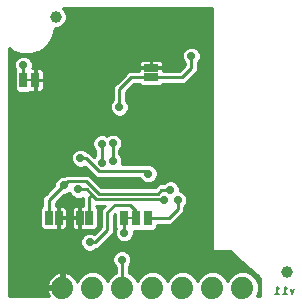
<source format=gbl>
G75*
%MOIN*%
%OFA0B0*%
%FSLAX25Y25*%
%IPPOS*%
%LPD*%
%AMOC8*
5,1,8,0,0,1.08239X$1,22.5*
%
%ADD10C,0.00500*%
%ADD11R,0.02500X0.05000*%
%ADD12R,0.05000X0.02500*%
%ADD13C,0.07400*%
%ADD14R,0.01600X0.01000*%
%ADD15C,0.03937*%
%ADD16C,0.01000*%
%ADD17C,0.02900*%
D10*
X0204203Y0082550D02*
X0205592Y0082550D01*
X0204898Y0082550D02*
X0204898Y0085050D01*
X0205592Y0084494D01*
X0207598Y0085050D02*
X0207598Y0082550D01*
X0208292Y0082550D02*
X0206903Y0082550D01*
X0208292Y0084494D02*
X0207598Y0085050D01*
X0209472Y0084217D02*
X0210028Y0082550D01*
X0210583Y0084217D01*
D11*
X0161833Y0108000D03*
X0157833Y0108000D03*
X0153833Y0108000D03*
X0142333Y0108100D03*
X0139133Y0108100D03*
X0132033Y0108100D03*
X0128833Y0108100D03*
X0124333Y0154000D03*
X0120333Y0154000D03*
D12*
X0162833Y0154900D03*
X0162833Y0158100D03*
D13*
X0163333Y0084840D03*
X0153333Y0084840D03*
X0143333Y0084840D03*
X0133333Y0084840D03*
X0173333Y0084840D03*
X0183333Y0084840D03*
X0193333Y0084840D03*
D14*
X0155833Y0108000D03*
X0122333Y0154000D03*
D15*
X0131223Y0175100D03*
X0208333Y0090000D03*
D16*
X0115433Y0082100D02*
X0115433Y0164680D01*
X0116561Y0163734D01*
X0119676Y0162600D01*
X0120463Y0162600D01*
X0122991Y0162600D01*
X0126106Y0163734D01*
X0128645Y0165865D01*
X0130303Y0168735D01*
X0130303Y0168735D01*
X0130778Y0171431D01*
X0131953Y0171431D01*
X0133301Y0171990D01*
X0134333Y0173022D01*
X0134892Y0174370D01*
X0134892Y0175830D01*
X0134333Y0177178D01*
X0133611Y0177900D01*
X0183333Y0177900D01*
X0183333Y0097000D01*
X0189333Y0097000D01*
X0190333Y0096000D01*
X0199333Y0088200D01*
X0199333Y0082100D01*
X0198043Y0082100D01*
X0198733Y0083766D01*
X0198733Y0085914D01*
X0197911Y0087899D01*
X0196392Y0089418D01*
X0194407Y0090240D01*
X0192259Y0090240D01*
X0190274Y0089418D01*
X0188755Y0087899D01*
X0188333Y0086880D01*
X0187911Y0087899D01*
X0186392Y0089418D01*
X0184407Y0090240D01*
X0182259Y0090240D01*
X0180274Y0089418D01*
X0178755Y0087899D01*
X0178333Y0086880D01*
X0177911Y0087899D01*
X0176392Y0089418D01*
X0174407Y0090240D01*
X0172259Y0090240D01*
X0170274Y0089418D01*
X0168755Y0087899D01*
X0168333Y0086880D01*
X0167911Y0087899D01*
X0166392Y0089418D01*
X0164407Y0090240D01*
X0162259Y0090240D01*
X0160274Y0089418D01*
X0158755Y0087899D01*
X0158333Y0086880D01*
X0157911Y0087899D01*
X0156392Y0089418D01*
X0155533Y0089774D01*
X0155533Y0092145D01*
X0155804Y0092416D01*
X0156283Y0093573D01*
X0156283Y0094827D01*
X0155804Y0095984D01*
X0154918Y0096870D01*
X0153760Y0097350D01*
X0152507Y0097350D01*
X0151349Y0096870D01*
X0150463Y0095984D01*
X0149983Y0094827D01*
X0149983Y0093573D01*
X0150463Y0092416D01*
X0151133Y0091745D01*
X0151133Y0089774D01*
X0150274Y0089418D01*
X0148755Y0087899D01*
X0148333Y0086880D01*
X0147911Y0087899D01*
X0146392Y0089418D01*
X0144407Y0090240D01*
X0142259Y0090240D01*
X0140274Y0089418D01*
X0138755Y0087899D01*
X0138224Y0086616D01*
X0138152Y0086836D01*
X0137781Y0087565D01*
X0137300Y0088228D01*
X0136721Y0088806D01*
X0136059Y0089287D01*
X0135329Y0089659D01*
X0134551Y0089912D01*
X0133833Y0090026D01*
X0133833Y0085340D01*
X0132833Y0085340D01*
X0132833Y0084340D01*
X0128148Y0084340D01*
X0128261Y0083622D01*
X0128514Y0082844D01*
X0128886Y0082115D01*
X0128897Y0082100D01*
X0115433Y0082100D01*
X0115433Y0082996D02*
X0128465Y0082996D01*
X0128202Y0083994D02*
X0115433Y0083994D01*
X0115433Y0084993D02*
X0132833Y0084993D01*
X0132833Y0085340D02*
X0128148Y0085340D01*
X0128261Y0086058D01*
X0128514Y0086836D01*
X0128886Y0087565D01*
X0129367Y0088228D01*
X0129946Y0088806D01*
X0130608Y0089287D01*
X0131337Y0089659D01*
X0132116Y0089912D01*
X0132833Y0090026D01*
X0132833Y0085340D01*
X0132833Y0085991D02*
X0133833Y0085991D01*
X0133833Y0086990D02*
X0132833Y0086990D01*
X0132833Y0087988D02*
X0133833Y0087988D01*
X0133833Y0088987D02*
X0132833Y0088987D01*
X0132833Y0089985D02*
X0133833Y0089985D01*
X0134089Y0089985D02*
X0141644Y0089985D01*
X0139843Y0088987D02*
X0136473Y0088987D01*
X0137474Y0087988D02*
X0138845Y0087988D01*
X0138379Y0086990D02*
X0138074Y0086990D01*
X0132578Y0089985D02*
X0115433Y0089985D01*
X0115433Y0088987D02*
X0130194Y0088987D01*
X0129193Y0087988D02*
X0115433Y0087988D01*
X0115433Y0086990D02*
X0128593Y0086990D01*
X0128251Y0085991D02*
X0115433Y0085991D01*
X0115433Y0090984D02*
X0151133Y0090984D01*
X0151133Y0089985D02*
X0145023Y0089985D01*
X0146823Y0088987D02*
X0149843Y0088987D01*
X0148845Y0087988D02*
X0147822Y0087988D01*
X0148288Y0086990D02*
X0148379Y0086990D01*
X0153333Y0084840D02*
X0153333Y0094200D01*
X0153133Y0094200D01*
X0150229Y0092981D02*
X0115433Y0092981D01*
X0115433Y0093979D02*
X0149983Y0093979D01*
X0150046Y0094978D02*
X0115433Y0094978D01*
X0115433Y0095976D02*
X0150460Y0095976D01*
X0151601Y0096975D02*
X0143361Y0096975D01*
X0143060Y0096850D02*
X0144218Y0097330D01*
X0144688Y0097800D01*
X0145245Y0097800D01*
X0149245Y0101800D01*
X0150533Y0103089D01*
X0150533Y0109089D01*
X0150883Y0109439D01*
X0150883Y0104796D01*
X0151097Y0104583D01*
X0150783Y0103827D01*
X0150783Y0102573D01*
X0151263Y0101416D01*
X0152149Y0100530D01*
X0153307Y0100050D01*
X0154560Y0100050D01*
X0155718Y0100530D01*
X0156604Y0101416D01*
X0157083Y0102573D01*
X0157083Y0103800D01*
X0159787Y0103800D01*
X0159833Y0103846D01*
X0159879Y0103800D01*
X0163787Y0103800D01*
X0164783Y0104796D01*
X0164783Y0105800D01*
X0169691Y0105800D01*
X0170980Y0107089D01*
X0173980Y0110089D01*
X0173980Y0111745D01*
X0174450Y0112216D01*
X0174930Y0113373D01*
X0174930Y0114627D01*
X0174450Y0115784D01*
X0173564Y0116670D01*
X0172483Y0117118D01*
X0172483Y0118027D01*
X0172004Y0119184D01*
X0171118Y0120070D01*
X0169960Y0120550D01*
X0168707Y0120550D01*
X0167549Y0120070D01*
X0167079Y0119600D01*
X0165422Y0119600D01*
X0164122Y0118300D01*
X0146295Y0118300D01*
X0142095Y0122500D01*
X0134222Y0122500D01*
X0133872Y0122150D01*
X0133207Y0122150D01*
X0132049Y0121670D01*
X0131163Y0120784D01*
X0130683Y0119627D01*
X0130683Y0118961D01*
X0127922Y0116200D01*
X0126633Y0114911D01*
X0126633Y0112054D01*
X0125883Y0111304D01*
X0125883Y0104896D01*
X0126879Y0103900D01*
X0130787Y0103900D01*
X0130987Y0104100D01*
X0131908Y0104100D01*
X0131908Y0107975D01*
X0132158Y0107975D01*
X0132158Y0104100D01*
X0133481Y0104100D01*
X0133862Y0104202D01*
X0134204Y0104400D01*
X0134484Y0104679D01*
X0134681Y0105021D01*
X0134783Y0105403D01*
X0134783Y0107975D01*
X0132158Y0107975D01*
X0132158Y0108225D01*
X0131908Y0108225D01*
X0131908Y0112100D01*
X0131033Y0112100D01*
X0131033Y0113089D01*
X0133795Y0115850D01*
X0134460Y0115850D01*
X0135618Y0116330D01*
X0135711Y0116423D01*
X0135963Y0115816D01*
X0136849Y0114930D01*
X0138007Y0114450D01*
X0139260Y0114450D01*
X0140133Y0114812D01*
X0140133Y0112100D01*
X0139258Y0112100D01*
X0139258Y0108225D01*
X0139008Y0108225D01*
X0139008Y0107975D01*
X0136383Y0107975D01*
X0136383Y0105403D01*
X0136486Y0105021D01*
X0136683Y0104679D01*
X0136962Y0104400D01*
X0137304Y0104202D01*
X0137686Y0104100D01*
X0139008Y0104100D01*
X0139008Y0107975D01*
X0139258Y0107975D01*
X0139258Y0104100D01*
X0140179Y0104100D01*
X0140379Y0103900D01*
X0144287Y0103900D01*
X0145283Y0104896D01*
X0145283Y0111304D01*
X0144533Y0112054D01*
X0144533Y0112200D01*
X0147422Y0112200D01*
X0146133Y0110911D01*
X0146133Y0104911D01*
X0143988Y0102766D01*
X0143060Y0103150D01*
X0141807Y0103150D01*
X0140649Y0102670D01*
X0139763Y0101784D01*
X0139283Y0100627D01*
X0139283Y0099373D01*
X0139763Y0098216D01*
X0140649Y0097330D01*
X0141807Y0096850D01*
X0143060Y0096850D01*
X0141506Y0096975D02*
X0115433Y0096975D01*
X0115433Y0097973D02*
X0140005Y0097973D01*
X0139450Y0098972D02*
X0115433Y0098972D01*
X0115433Y0099970D02*
X0139283Y0099970D01*
X0139425Y0100969D02*
X0115433Y0100969D01*
X0115433Y0101967D02*
X0139946Y0101967D01*
X0141362Y0102966D02*
X0115433Y0102966D01*
X0115433Y0103964D02*
X0126815Y0103964D01*
X0125883Y0104963D02*
X0115433Y0104963D01*
X0115433Y0105961D02*
X0125883Y0105961D01*
X0125883Y0106960D02*
X0115433Y0106960D01*
X0115433Y0107958D02*
X0125883Y0107958D01*
X0125883Y0108957D02*
X0115433Y0108957D01*
X0115433Y0109955D02*
X0125883Y0109955D01*
X0125883Y0110954D02*
X0115433Y0110954D01*
X0115433Y0111952D02*
X0126532Y0111952D01*
X0126633Y0112951D02*
X0115433Y0112951D01*
X0115433Y0113949D02*
X0126633Y0113949D01*
X0126670Y0114948D02*
X0115433Y0114948D01*
X0115433Y0115946D02*
X0127668Y0115946D01*
X0128667Y0116945D02*
X0115433Y0116945D01*
X0115433Y0117943D02*
X0129665Y0117943D01*
X0130664Y0118942D02*
X0115433Y0118942D01*
X0115433Y0119940D02*
X0130813Y0119940D01*
X0131318Y0120939D02*
X0115433Y0120939D01*
X0115433Y0121937D02*
X0132694Y0121937D01*
X0135133Y0120300D02*
X0133833Y0119000D01*
X0128833Y0114000D01*
X0128833Y0108100D01*
X0131908Y0107958D02*
X0132158Y0107958D01*
X0132158Y0108225D02*
X0134783Y0108225D01*
X0134783Y0110797D01*
X0134681Y0111179D01*
X0134484Y0111521D01*
X0134204Y0111800D01*
X0133862Y0111998D01*
X0133481Y0112100D01*
X0132158Y0112100D01*
X0132158Y0108225D01*
X0132158Y0108957D02*
X0131908Y0108957D01*
X0131908Y0109955D02*
X0132158Y0109955D01*
X0132158Y0110954D02*
X0131908Y0110954D01*
X0131908Y0111952D02*
X0132158Y0111952D01*
X0131033Y0112951D02*
X0140133Y0112951D01*
X0140133Y0113949D02*
X0131894Y0113949D01*
X0132892Y0114948D02*
X0136831Y0114948D01*
X0135909Y0115946D02*
X0134693Y0115946D01*
X0138633Y0117600D02*
X0141433Y0117600D01*
X0143183Y0115850D01*
X0142333Y0115000D01*
X0142333Y0108100D01*
X0145283Y0107958D02*
X0146133Y0107958D01*
X0146133Y0106960D02*
X0145283Y0106960D01*
X0145283Y0105961D02*
X0146133Y0105961D01*
X0146133Y0104963D02*
X0145283Y0104963D01*
X0145186Y0103964D02*
X0144352Y0103964D01*
X0144188Y0102966D02*
X0143505Y0102966D01*
X0144333Y0100000D02*
X0148333Y0104000D01*
X0148333Y0110000D01*
X0150833Y0112500D01*
X0155833Y0112500D01*
X0157833Y0110500D01*
X0157833Y0108000D01*
X0153933Y0107900D02*
X0153933Y0103200D01*
X0151710Y0100969D02*
X0148413Y0100969D01*
X0149245Y0101800D02*
X0149245Y0101800D01*
X0149412Y0101967D02*
X0151034Y0101967D01*
X0150783Y0102966D02*
X0150410Y0102966D01*
X0150533Y0103964D02*
X0150840Y0103964D01*
X0150883Y0104963D02*
X0150533Y0104963D01*
X0150533Y0105961D02*
X0150883Y0105961D01*
X0150883Y0106960D02*
X0150533Y0106960D01*
X0150533Y0107958D02*
X0150883Y0107958D01*
X0150883Y0108957D02*
X0150533Y0108957D01*
X0153833Y0108000D02*
X0153933Y0107900D01*
X0157083Y0102966D02*
X0183333Y0102966D01*
X0183333Y0103964D02*
X0163952Y0103964D01*
X0164783Y0104963D02*
X0183333Y0104963D01*
X0183333Y0105961D02*
X0169852Y0105961D01*
X0170851Y0106960D02*
X0183333Y0106960D01*
X0183333Y0107958D02*
X0171849Y0107958D01*
X0172848Y0108957D02*
X0183333Y0108957D01*
X0183333Y0109955D02*
X0173846Y0109955D01*
X0173980Y0110954D02*
X0183333Y0110954D01*
X0183333Y0111952D02*
X0174187Y0111952D01*
X0174755Y0112951D02*
X0183333Y0112951D01*
X0183333Y0113949D02*
X0174930Y0113949D01*
X0174797Y0114948D02*
X0183333Y0114948D01*
X0183333Y0115946D02*
X0174288Y0115946D01*
X0172901Y0116945D02*
X0183333Y0116945D01*
X0183333Y0117943D02*
X0172483Y0117943D01*
X0172104Y0118942D02*
X0183333Y0118942D01*
X0183333Y0119940D02*
X0171248Y0119940D01*
X0169333Y0117400D02*
X0166333Y0117400D01*
X0165033Y0116100D01*
X0145383Y0116100D01*
X0141183Y0120300D01*
X0135133Y0120300D01*
X0142088Y0123934D02*
X0115433Y0123934D01*
X0115433Y0122936D02*
X0143086Y0122936D01*
X0143233Y0122789D02*
X0143233Y0122789D01*
X0140817Y0125205D01*
X0139960Y0124850D01*
X0138707Y0124850D01*
X0137549Y0125330D01*
X0136663Y0126216D01*
X0136183Y0127373D01*
X0136183Y0128627D01*
X0136663Y0129784D01*
X0137549Y0130670D01*
X0138707Y0131150D01*
X0139960Y0131150D01*
X0141118Y0130670D01*
X0141588Y0130200D01*
X0142045Y0130200D01*
X0143333Y0128911D01*
X0143962Y0128283D01*
X0144233Y0128555D01*
X0144233Y0130545D01*
X0143763Y0131016D01*
X0143283Y0132173D01*
X0143283Y0133427D01*
X0143763Y0134584D01*
X0144649Y0135470D01*
X0145807Y0135950D01*
X0147060Y0135950D01*
X0148169Y0135491D01*
X0148349Y0135670D01*
X0149507Y0136150D01*
X0150760Y0136150D01*
X0151918Y0135670D01*
X0152804Y0134784D01*
X0153283Y0133627D01*
X0153283Y0132373D01*
X0152804Y0131216D01*
X0152333Y0130745D01*
X0152333Y0129355D01*
X0152804Y0128884D01*
X0153283Y0127727D01*
X0153283Y0126473D01*
X0153046Y0125900D01*
X0161173Y0125900D01*
X0161294Y0125950D01*
X0162547Y0125950D01*
X0163705Y0125470D01*
X0164591Y0124584D01*
X0165071Y0123427D01*
X0165071Y0122173D01*
X0164591Y0121016D01*
X0163705Y0120130D01*
X0162547Y0119650D01*
X0161294Y0119650D01*
X0160136Y0120130D01*
X0159250Y0121016D01*
X0159050Y0121500D01*
X0144522Y0121500D01*
X0143233Y0122789D01*
X0142657Y0121937D02*
X0144085Y0121937D01*
X0143656Y0120939D02*
X0159327Y0120939D01*
X0160593Y0119940D02*
X0144654Y0119940D01*
X0145653Y0118942D02*
X0164764Y0118942D01*
X0163249Y0119940D02*
X0167419Y0119940D01*
X0164514Y0120939D02*
X0183333Y0120939D01*
X0183333Y0121937D02*
X0164973Y0121937D01*
X0165071Y0122936D02*
X0183333Y0122936D01*
X0183333Y0123934D02*
X0164860Y0123934D01*
X0164242Y0124933D02*
X0183333Y0124933D01*
X0183333Y0125932D02*
X0162592Y0125932D01*
X0161250Y0125932D02*
X0153059Y0125932D01*
X0153283Y0126930D02*
X0183333Y0126930D01*
X0183333Y0127929D02*
X0153200Y0127929D01*
X0152761Y0128927D02*
X0183333Y0128927D01*
X0183333Y0129926D02*
X0152333Y0129926D01*
X0152512Y0130924D02*
X0183333Y0130924D01*
X0183333Y0131923D02*
X0153097Y0131923D01*
X0153283Y0132921D02*
X0183333Y0132921D01*
X0183333Y0133920D02*
X0153162Y0133920D01*
X0152670Y0134918D02*
X0183333Y0134918D01*
X0183333Y0135917D02*
X0151323Y0135917D01*
X0148943Y0135917D02*
X0147140Y0135917D01*
X0145726Y0135917D02*
X0115433Y0135917D01*
X0115433Y0136915D02*
X0183333Y0136915D01*
X0183333Y0137914D02*
X0115433Y0137914D01*
X0115433Y0138912D02*
X0183333Y0138912D01*
X0183333Y0139911D02*
X0115433Y0139911D01*
X0115433Y0140909D02*
X0183333Y0140909D01*
X0183333Y0141908D02*
X0153099Y0141908D01*
X0152960Y0141850D02*
X0154118Y0142330D01*
X0155004Y0143216D01*
X0155483Y0144373D01*
X0155483Y0145627D01*
X0155004Y0146784D01*
X0154533Y0147255D01*
X0154533Y0150089D01*
X0157145Y0152700D01*
X0158879Y0152700D01*
X0159629Y0151950D01*
X0166037Y0151950D01*
X0166787Y0152700D01*
X0174145Y0152700D01*
X0177245Y0155800D01*
X0178533Y0157089D01*
X0178533Y0159745D01*
X0179004Y0160216D01*
X0179483Y0161373D01*
X0179483Y0162627D01*
X0179004Y0163784D01*
X0178118Y0164670D01*
X0176960Y0165150D01*
X0175707Y0165150D01*
X0174549Y0164670D01*
X0173663Y0163784D01*
X0173183Y0162627D01*
X0173183Y0161373D01*
X0173663Y0160216D01*
X0174133Y0159745D01*
X0174133Y0158911D01*
X0172322Y0157100D01*
X0166833Y0157100D01*
X0166833Y0157975D01*
X0162958Y0157975D01*
X0162958Y0158225D01*
X0162708Y0158225D01*
X0162708Y0157975D01*
X0158833Y0157975D01*
X0158833Y0157100D01*
X0155322Y0157100D01*
X0154033Y0155811D01*
X0151422Y0153200D01*
X0150133Y0151911D01*
X0150133Y0147255D01*
X0149663Y0146784D01*
X0149183Y0145627D01*
X0149183Y0144373D01*
X0149663Y0143216D01*
X0150549Y0142330D01*
X0151707Y0141850D01*
X0152960Y0141850D01*
X0151567Y0141908D02*
X0115433Y0141908D01*
X0115433Y0142906D02*
X0149972Y0142906D01*
X0149377Y0143905D02*
X0115433Y0143905D01*
X0115433Y0144903D02*
X0149183Y0144903D01*
X0149297Y0145902D02*
X0115433Y0145902D01*
X0115433Y0146900D02*
X0149779Y0146900D01*
X0150133Y0147899D02*
X0115433Y0147899D01*
X0115433Y0148897D02*
X0150133Y0148897D01*
X0150133Y0149896D02*
X0122383Y0149896D01*
X0122287Y0149800D02*
X0122572Y0150084D01*
X0122886Y0150000D01*
X0124208Y0150000D01*
X0124208Y0152171D01*
X0124458Y0152421D01*
X0124458Y0150000D01*
X0125781Y0150000D01*
X0126162Y0150102D01*
X0126504Y0150300D01*
X0126784Y0150579D01*
X0126981Y0150921D01*
X0127083Y0151303D01*
X0127083Y0153875D01*
X0124833Y0153875D01*
X0124833Y0154125D01*
X0127083Y0154125D01*
X0127083Y0156697D01*
X0126981Y0157079D01*
X0126784Y0157421D01*
X0126504Y0157700D01*
X0126162Y0157898D01*
X0125781Y0158000D01*
X0124458Y0158000D01*
X0124458Y0155579D01*
X0124208Y0155829D01*
X0124208Y0158000D01*
X0123329Y0158000D01*
X0123483Y0158373D01*
X0123483Y0159627D01*
X0123004Y0160784D01*
X0122118Y0161670D01*
X0120960Y0162150D01*
X0119707Y0162150D01*
X0118549Y0161670D01*
X0117663Y0160784D01*
X0117183Y0159627D01*
X0117183Y0158373D01*
X0117584Y0157405D01*
X0117383Y0157204D01*
X0117383Y0150796D01*
X0118379Y0149800D01*
X0122287Y0149800D01*
X0124208Y0150894D02*
X0124458Y0150894D01*
X0124458Y0151893D02*
X0124208Y0151893D01*
X0124833Y0153890D02*
X0152112Y0153890D01*
X0153110Y0154888D02*
X0127083Y0154888D01*
X0127083Y0155887D02*
X0154109Y0155887D01*
X0155107Y0156885D02*
X0127033Y0156885D01*
X0126186Y0157884D02*
X0158833Y0157884D01*
X0158833Y0158225D02*
X0162708Y0158225D01*
X0162708Y0160850D01*
X0160136Y0160850D01*
X0159754Y0160748D01*
X0159412Y0160550D01*
X0159133Y0160271D01*
X0158936Y0159929D01*
X0158833Y0159547D01*
X0158833Y0158225D01*
X0158833Y0158882D02*
X0123483Y0158882D01*
X0123378Y0159881D02*
X0158923Y0159881D01*
X0162708Y0159881D02*
X0162958Y0159881D01*
X0162958Y0160850D02*
X0162958Y0158225D01*
X0166833Y0158225D01*
X0166833Y0159547D01*
X0166731Y0159929D01*
X0166534Y0160271D01*
X0166254Y0160550D01*
X0165912Y0160748D01*
X0165531Y0160850D01*
X0162958Y0160850D01*
X0162958Y0158882D02*
X0162708Y0158882D01*
X0166833Y0158882D02*
X0174104Y0158882D01*
X0173998Y0159881D02*
X0166744Y0159881D01*
X0166833Y0157884D02*
X0173106Y0157884D01*
X0173233Y0154900D02*
X0176333Y0158000D01*
X0176333Y0162000D01*
X0173388Y0160879D02*
X0122909Y0160879D01*
X0121617Y0161878D02*
X0173183Y0161878D01*
X0173287Y0162876D02*
X0123750Y0162876D01*
X0126274Y0163875D02*
X0173754Y0163875D01*
X0175039Y0164873D02*
X0127464Y0164873D01*
X0128645Y0165865D02*
X0128645Y0165865D01*
X0128645Y0165865D01*
X0128649Y0165872D02*
X0183333Y0165872D01*
X0183333Y0166870D02*
X0129226Y0166870D01*
X0129802Y0167869D02*
X0183333Y0167869D01*
X0183333Y0168868D02*
X0130326Y0168868D01*
X0130502Y0169866D02*
X0183333Y0169866D01*
X0183333Y0170865D02*
X0130678Y0170865D01*
X0132995Y0171863D02*
X0183333Y0171863D01*
X0183333Y0172862D02*
X0134173Y0172862D01*
X0134680Y0173860D02*
X0183333Y0173860D01*
X0183333Y0174859D02*
X0134892Y0174859D01*
X0134880Y0175857D02*
X0183333Y0175857D01*
X0183333Y0176856D02*
X0134467Y0176856D01*
X0133657Y0177854D02*
X0183333Y0177854D01*
X0183333Y0164873D02*
X0177628Y0164873D01*
X0178913Y0163875D02*
X0183333Y0163875D01*
X0183333Y0162876D02*
X0179380Y0162876D01*
X0179483Y0161878D02*
X0183333Y0161878D01*
X0183333Y0160879D02*
X0179279Y0160879D01*
X0178669Y0159881D02*
X0183333Y0159881D01*
X0183333Y0158882D02*
X0178533Y0158882D01*
X0178533Y0157884D02*
X0183333Y0157884D01*
X0183333Y0156885D02*
X0178330Y0156885D01*
X0177331Y0155887D02*
X0183333Y0155887D01*
X0183333Y0154888D02*
X0176333Y0154888D01*
X0175334Y0153890D02*
X0183333Y0153890D01*
X0183333Y0152891D02*
X0174336Y0152891D01*
X0173233Y0154900D02*
X0162833Y0154900D01*
X0156233Y0154900D01*
X0152333Y0151000D01*
X0152333Y0145000D01*
X0155483Y0144903D02*
X0183333Y0144903D01*
X0183333Y0143905D02*
X0155289Y0143905D01*
X0154694Y0142906D02*
X0183333Y0142906D01*
X0183333Y0145902D02*
X0155369Y0145902D01*
X0154888Y0146900D02*
X0183333Y0146900D01*
X0183333Y0147899D02*
X0154533Y0147899D01*
X0154533Y0148897D02*
X0183333Y0148897D01*
X0183333Y0149896D02*
X0154533Y0149896D01*
X0155339Y0150894D02*
X0183333Y0150894D01*
X0183333Y0151893D02*
X0156337Y0151893D01*
X0151113Y0152891D02*
X0127083Y0152891D01*
X0127083Y0151893D02*
X0150133Y0151893D01*
X0150133Y0150894D02*
X0126966Y0150894D01*
X0120333Y0154000D02*
X0120333Y0159000D01*
X0117386Y0157884D02*
X0115433Y0157884D01*
X0115433Y0158882D02*
X0117183Y0158882D01*
X0117289Y0159881D02*
X0115433Y0159881D01*
X0115433Y0160879D02*
X0117758Y0160879D01*
X0119050Y0161878D02*
X0115433Y0161878D01*
X0115433Y0162876D02*
X0118916Y0162876D01*
X0116561Y0163734D02*
X0116561Y0163734D01*
X0116393Y0163875D02*
X0115433Y0163875D01*
X0124208Y0157884D02*
X0124458Y0157884D01*
X0124458Y0156885D02*
X0124208Y0156885D01*
X0124208Y0155887D02*
X0124458Y0155887D01*
X0117383Y0155887D02*
X0115433Y0155887D01*
X0115433Y0156885D02*
X0117383Y0156885D01*
X0117383Y0154888D02*
X0115433Y0154888D01*
X0115433Y0153890D02*
X0117383Y0153890D01*
X0117383Y0152891D02*
X0115433Y0152891D01*
X0115433Y0151893D02*
X0117383Y0151893D01*
X0117383Y0150894D02*
X0115433Y0150894D01*
X0115433Y0149896D02*
X0118283Y0149896D01*
X0115433Y0134918D02*
X0144097Y0134918D01*
X0143488Y0133920D02*
X0115433Y0133920D01*
X0115433Y0132921D02*
X0143283Y0132921D01*
X0143387Y0131923D02*
X0115433Y0131923D01*
X0115433Y0130924D02*
X0138161Y0130924D01*
X0136804Y0129926D02*
X0115433Y0129926D01*
X0115433Y0128927D02*
X0136308Y0128927D01*
X0136183Y0127929D02*
X0115433Y0127929D01*
X0115433Y0126930D02*
X0136367Y0126930D01*
X0136947Y0125932D02*
X0115433Y0125932D01*
X0115433Y0124933D02*
X0138506Y0124933D01*
X0140160Y0124933D02*
X0141089Y0124933D01*
X0141133Y0128000D02*
X0139333Y0128000D01*
X0141133Y0128000D02*
X0145433Y0123700D01*
X0161021Y0123700D01*
X0161921Y0122800D01*
X0150133Y0127100D02*
X0150133Y0133000D01*
X0146433Y0132800D02*
X0146433Y0126500D01*
X0146533Y0126400D01*
X0144233Y0128927D02*
X0143318Y0128927D01*
X0144233Y0129926D02*
X0142319Y0129926D01*
X0143854Y0130924D02*
X0140505Y0130924D01*
X0143183Y0115850D02*
X0144633Y0114400D01*
X0166533Y0114400D01*
X0167033Y0113900D01*
X0171780Y0114000D02*
X0171780Y0111000D01*
X0168780Y0108000D01*
X0161833Y0108000D01*
X0156832Y0101967D02*
X0183333Y0101967D01*
X0183333Y0100969D02*
X0156157Y0100969D01*
X0154666Y0096975D02*
X0189359Y0096975D01*
X0190361Y0095976D02*
X0155807Y0095976D01*
X0156221Y0094978D02*
X0191513Y0094978D01*
X0192665Y0093979D02*
X0156283Y0093979D01*
X0156038Y0092981D02*
X0193817Y0092981D01*
X0194969Y0091982D02*
X0155533Y0091982D01*
X0155533Y0090984D02*
X0196121Y0090984D01*
X0195023Y0089985D02*
X0197274Y0089985D01*
X0196823Y0088987D02*
X0198426Y0088987D01*
X0197822Y0087988D02*
X0199333Y0087988D01*
X0199333Y0086990D02*
X0198288Y0086990D01*
X0198701Y0085991D02*
X0199333Y0085991D01*
X0199333Y0084993D02*
X0198733Y0084993D01*
X0198733Y0083994D02*
X0199333Y0083994D01*
X0199333Y0082996D02*
X0198414Y0082996D01*
X0189843Y0088987D02*
X0186823Y0088987D01*
X0187822Y0087988D02*
X0188845Y0087988D01*
X0188379Y0086990D02*
X0188288Y0086990D01*
X0185023Y0089985D02*
X0191644Y0089985D01*
X0181644Y0089985D02*
X0175023Y0089985D01*
X0176823Y0088987D02*
X0179843Y0088987D01*
X0178845Y0087988D02*
X0177822Y0087988D01*
X0178288Y0086990D02*
X0178379Y0086990D01*
X0171644Y0089985D02*
X0165023Y0089985D01*
X0166823Y0088987D02*
X0169843Y0088987D01*
X0168845Y0087988D02*
X0167822Y0087988D01*
X0168288Y0086990D02*
X0168379Y0086990D01*
X0161644Y0089985D02*
X0155533Y0089985D01*
X0156823Y0088987D02*
X0159843Y0088987D01*
X0158845Y0087988D02*
X0157822Y0087988D01*
X0158288Y0086990D02*
X0158379Y0086990D01*
X0150896Y0091982D02*
X0115433Y0091982D01*
X0130852Y0103964D02*
X0140315Y0103964D01*
X0139258Y0104963D02*
X0139008Y0104963D01*
X0139008Y0105961D02*
X0139258Y0105961D01*
X0139258Y0106960D02*
X0139008Y0106960D01*
X0139008Y0107958D02*
X0139258Y0107958D01*
X0139008Y0108225D02*
X0136383Y0108225D01*
X0136383Y0110797D01*
X0136486Y0111179D01*
X0136683Y0111521D01*
X0136962Y0111800D01*
X0137304Y0111998D01*
X0137686Y0112100D01*
X0139008Y0112100D01*
X0139008Y0108225D01*
X0139008Y0108957D02*
X0139258Y0108957D01*
X0139258Y0109955D02*
X0139008Y0109955D01*
X0139008Y0110954D02*
X0139258Y0110954D01*
X0139258Y0111952D02*
X0139008Y0111952D01*
X0137226Y0111952D02*
X0133941Y0111952D01*
X0134741Y0110954D02*
X0136425Y0110954D01*
X0136383Y0109955D02*
X0134783Y0109955D01*
X0134783Y0108957D02*
X0136383Y0108957D01*
X0136383Y0107958D02*
X0134783Y0107958D01*
X0134783Y0106960D02*
X0136383Y0106960D01*
X0136383Y0105961D02*
X0134783Y0105961D01*
X0134647Y0104963D02*
X0136519Y0104963D01*
X0132158Y0104963D02*
X0131908Y0104963D01*
X0131908Y0105961D02*
X0132158Y0105961D01*
X0132158Y0106960D02*
X0131908Y0106960D01*
X0142433Y0100000D02*
X0144333Y0100000D01*
X0145418Y0097973D02*
X0183333Y0097973D01*
X0183333Y0098972D02*
X0146416Y0098972D01*
X0147415Y0099970D02*
X0183333Y0099970D01*
X0147174Y0111952D02*
X0144635Y0111952D01*
X0145283Y0110954D02*
X0146176Y0110954D01*
X0146133Y0109955D02*
X0145283Y0109955D01*
X0145283Y0108957D02*
X0146133Y0108957D01*
D17*
X0153933Y0103200D03*
X0153133Y0094200D03*
X0162933Y0095700D03*
X0142433Y0100000D03*
X0167033Y0113900D03*
X0171780Y0114000D03*
X0169333Y0117400D03*
X0173333Y0122000D03*
X0161921Y0122800D03*
X0150133Y0127100D03*
X0146533Y0126400D03*
X0139333Y0128000D03*
X0146433Y0132800D03*
X0150133Y0133000D03*
X0149933Y0137700D03*
X0152333Y0145000D03*
X0163333Y0149000D03*
X0178333Y0143000D03*
X0178333Y0132000D03*
X0179333Y0109000D03*
X0138633Y0117600D03*
X0133833Y0119000D03*
X0139333Y0136000D03*
X0136333Y0140900D03*
X0130333Y0158000D03*
X0120333Y0159000D03*
X0176333Y0162000D03*
M02*

</source>
